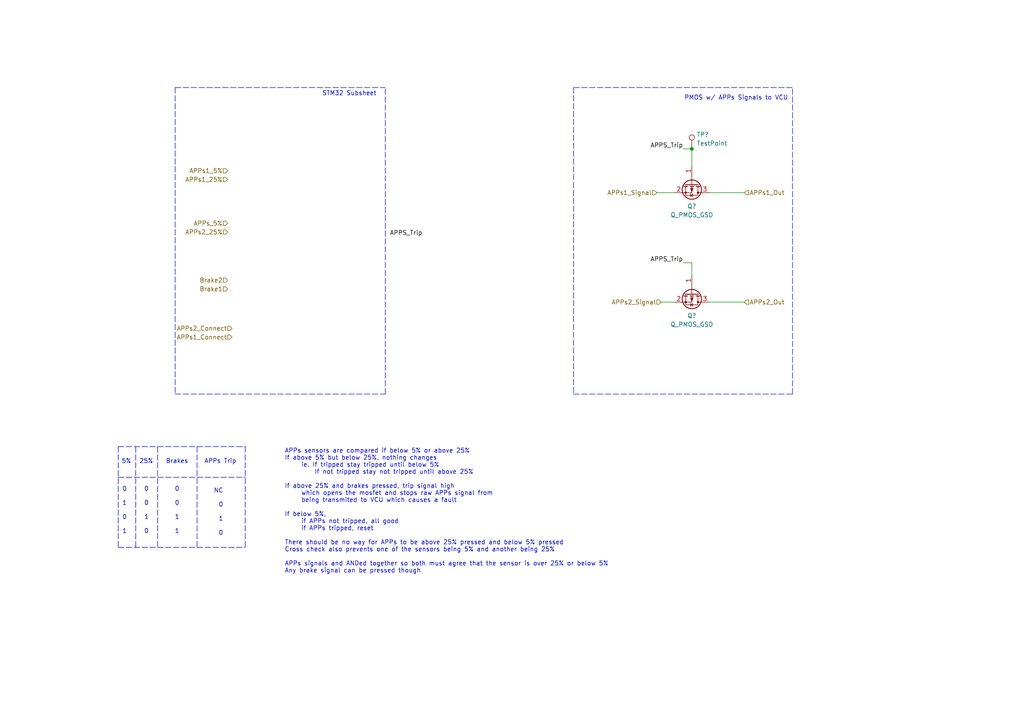
<source format=kicad_sch>
(kicad_sch (version 20211123) (generator eeschema)
  (paper "A4")
  (lib_symbols
    (symbol "Connector:TestPoint" (pin_numbers hide) (pin_names (offset 0.762) hide)
      (property "Reference" "TP" (at 0 6.858 0))
      (property "Value" "TestPoint" (at 0 5.08 0))
      (symbol "TestPoint_0_1"
        (circle (center 0 3.302) (radius 0.762))
      )
      (symbol "TestPoint_1_1"
        (pin passive line (at 0 0 90) (length 2.54) (name "1") (number "1"))
      )
    )
    (symbol "Device:Q_PMOS_GSD" (pin_names (offset 0) hide)
      (property "Reference" "Q" (at 5.08 1.27 0))
      (property "Value" "Q_PMOS_GSD" (at 5.08 -1.27 0))
      (symbol "Q_PMOS_GSD_0_1"
        (polyline (pts (xy 0.254 0) (xy -2.54 0)))
        (polyline (pts (xy 0.254 1.905) (xy 0.254 -1.905)) (stroke (width 0.254)))
        (polyline (pts (xy 0.762 -1.27) (xy 0.762 -2.286)) (stroke (width 0.254)))
        (polyline (pts (xy 0.762 0.508) (xy 0.762 -0.508)) (stroke (width 0.254)))
        (polyline (pts (xy 0.762 2.286) (xy 0.762 1.27)) (stroke (width 0.254)))
        (polyline (pts (xy 2.54 2.54) (xy 2.54 1.778)))
        (polyline (pts (xy 2.54 -2.54) (xy 2.54 0) (xy 0.762 0)))
        (polyline (pts (xy 0.762 1.778) (xy 3.302 1.778) (xy 3.302 -1.778) (xy 0.762 -1.778)))
        (polyline (pts (xy 2.286 0) (xy 1.27 0.381) (xy 1.27 -0.381) (xy 2.286 0)) (fill (type outline)))
        (polyline (pts (xy 2.794 -0.508) (xy 2.921 -0.381) (xy 3.683 -0.381) (xy 3.81 -0.254)))
        (polyline (pts (xy 3.302 -0.381) (xy 2.921 0.254) (xy 3.683 0.254) (xy 3.302 -0.381)))
        (circle (center 1.651 0) (radius 2.794) (stroke (width 0.254)))
        (circle (center 2.54 -1.778) (radius 0.254) (fill (type outline)))
        (circle (center 2.54 1.778) (radius 0.254) (fill (type outline)))
      )
      (symbol "Q_PMOS_GSD_1_1"
        (pin input line (at -5.08 0 0) (length 2.54) (name "G") (number "1"))
        (pin passive line (at 2.54 -5.08 90) (length 2.54) (name "S") (number "2"))
        (pin passive line (at 2.54 5.08 270) (length 2.54) (name "D") (number "3"))
      )
    )
  )
  (junction (at 200.66 43.18))
  (polyline (pts (xy 39.37 129.54) (xy 39.37 158.75)))
  (polyline (pts (xy 111.76 114.3) (xy 111.76 25.4)))
  (polyline (pts (xy 166.37 25.4) (xy 166.37 114.3)))
  (wire (pts (xy 205.74 87.63) (xy 215.9 87.63)))
  (wire (pts (xy 190.5 55.88) (xy 195.58 55.88)))
  (polyline (pts (xy 34.29 129.54) (xy 34.29 158.75)))
  (polyline (pts (xy 34.29 158.75) (xy 71.12 158.75)))
  (polyline (pts (xy 50.8 114.3) (xy 111.76 114.3)))
  (polyline (pts (xy 39.37 158.75) (xy 39.37 158.75)))
  (polyline (pts (xy 34.29 129.54) (xy 71.12 129.54)))
  (polyline (pts (xy 50.8 25.4) (xy 111.76 25.4)))
  (polyline (pts (xy 50.8 25.4) (xy 50.8 114.3)))
  (polyline (pts (xy 229.87 114.3) (xy 229.87 25.4)))
  (polyline (pts (xy 71.12 129.54) (xy 71.12 158.75)))
  (polyline (pts (xy 166.37 25.4) (xy 229.87 25.4)))
  (polyline (pts (xy 166.37 114.3) (xy 229.87 114.3)))
  (polyline (pts (xy 57.15 129.54) (xy 57.15 158.75)))
  (wire (pts (xy 200.66 43.18) (xy 200.66 48.26)))
  (polyline (pts (xy 45.72 129.54) (xy 45.72 158.75)))
  (wire (pts (xy 198.12 43.18) (xy 200.66 43.18)))
  (wire (pts (xy 198.12 76.2) (xy 200.66 76.2)))
  (wire (pts (xy 205.74 55.88) (xy 215.9 55.88)))
  (wire (pts (xy 191.77 87.63) (xy 195.58 87.63)))
  (polyline (pts (xy 34.29 138.43) (xy 71.12 138.43)))
  (wire (pts (xy 200.66 76.2) (xy 200.66 80.01)))
  (text "5%" (at 38.1 134.62 180) (effects (font (size 1.27 1.27)) (justify right bottom)))
  (text "STM32 Subsheet" (at 109.22 27.94 180) (effects (font (size 1.27 1.27)) (justify right bottom)))
  (text "0\n\n0\n\n1\n\n1" (at 52.07 154.94 180) (effects (font (size 1.27 1.27)) (justify right bottom)))
  (text "25%" (at 44.45 134.62 180) (effects (font (size 1.27 1.27)) (justify right bottom)))
  (text "APPs Trip" (at 68.58 134.62 180) (effects (font (size 1.27 1.27)) (justify right bottom)))
  (text "PMOS w/ APPs Signals to VCU" (at 228.6 29.21 180) (effects (font (size 1.27 1.27)) (justify right bottom)))
  (text "0\n\n1\n\n0\n\n1" (at 36.83 154.94 180) (effects (font (size 1.27 1.27)) (justify right bottom)))
  (text "APPs sensors are compared if below 5% or above 25%\nIf above 5% but below 25%, nothing changes\n	ie. If tripped stay tripped until below 5%\n	    If not tripped stay not tripped until above 25%\n\nIf above 25% and brakes pressed, trip signal high \n	which opens the mosfet and stops raw APPs signal from\n	being transmited to VCU which causes a fault\n\nIf below 5%,\n	if APPs not tripped, all good\n	if APPs tripped, reset\n\nThere should be no way for APPs to be above 25% pressed and below 5% pressed\nCross check also prevents one of the sensors being 5% and another being 25%\n\nAPPs signals and ANDed together so both must agree that the sensor is over 25% or below 5%\nAny brake signal can be pressed though" (at 82.55 166.37 0) (effects (font (size 1.27 1.27)) (justify left bottom)))
  (text "Brakes" (at 54.61 134.62 180) (effects (font (size 1.27 1.27)) (justify right bottom)))
  (text "NC\n\n0\n\n1\n\n0\n\n" (at 64.77 157.48 180) (effects (font (size 1.27 1.27)) (justify right bottom)))
  (text "0\n\n0\n\n1\n\n0" (at 43.18 154.94 180) (effects (font (size 1.27 1.27)) (justify right bottom)))
  (label "APPS_Trip" (at 198.12 76.2 180))
  (label "APPS_Trip" (at 198.12 43.18 180))
  (label "APPS_Trip" (at 113.03 68.58 0))
  (hierarchical_label "APPs2_Out" (shape input) (at 215.9 87.63 0))
  (hierarchical_label "APPs1_5%" (shape input) (at 66.04 49.53 180))
  (hierarchical_label "Brake2" (shape input) (at 66.04 81.28 180))
  (hierarchical_label "Brake1" (shape input) (at 66.04 83.82 180))
  (hierarchical_label "APPs_5%" (shape input) (at 66.04 64.77 180))
  (hierarchical_label "APPs1_Signal" (shape input) (at 190.5 55.88 180))
  (hierarchical_label "APPs1_Out" (shape input) (at 215.9 55.88 0))
  (hierarchical_label "APPs2_25%" (shape input) (at 66.04 67.31 180))
  (hierarchical_label "APPs1_25%" (shape input) (at 66.04 52.07 180))
  (hierarchical_label "APPs2_Signal" (shape input) (at 191.77 87.63 180))
  (hierarchical_label "APPs1_Connect" (shape input) (at 67.31 97.79 180))
  (hierarchical_label "APPs2_Connect" (shape input) (at 67.31 95.25 180))
  (symbol (lib_id "Connector:TestPoint") (at 200.66 43.18 0) (unit 1)
    (property "Reference" "TP?" (at 202.057 39.0433 0) (effects (justify left)))
    (property "Value" "TestPoint" (at 202.057 41.5802 0) (effects (justify left)))
  )
  (symbol (lib_id "Device:Q_PMOS_GSD") (at 200.66 53.34 270) (unit 1)
    (property "Reference" "Q?" (at 200.66 59.8154 90))
    (property "Value" "Q_PMOS_GSD" (at 200.66 62.3523 90))
    (property "Datasheet" "https://datasheet.lcsc.com/lcsc/1808272021_Vishay-Intertech-SI2301CDS-T1-GE3_C10487.pdf" (effects hide))
  )
  (symbol (lib_id "Device:Q_PMOS_GSD") (at 200.66 85.09 270) (unit 1)
    (property "Reference" "Q?" (at 200.66 91.5654 90))
    (property "Value" "Q_PMOS_GSD" (at 200.66 94.1023 90))
    (property "Datasheet" "https://datasheet.lcsc.com/lcsc/1808272021_Vishay-Intertech-SI2301CDS-T1-GE3_C10487.pdf" (effects hide))
  )
)
</source>
